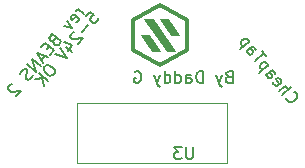
<source format=gbr>
%TF.GenerationSoftware,KiCad,Pcbnew,(6.0.11)*%
%TF.CreationDate,2023-01-29T21:23:29-06:00*%
%TF.ProjectId,Tap_Photosensor_PCB,5461705f-5068-46f7-946f-73656e736f72,rev?*%
%TF.SameCoordinates,Original*%
%TF.FileFunction,Legend,Bot*%
%TF.FilePolarity,Positive*%
%FSLAX46Y46*%
G04 Gerber Fmt 4.6, Leading zero omitted, Abs format (unit mm)*
G04 Created by KiCad (PCBNEW (6.0.11)) date 2023-01-29 21:23:29*
%MOMM*%
%LPD*%
G01*
G04 APERTURE LIST*
%ADD10C,0.007242*%
%ADD11C,0.300000*%
%ADD12C,0.150000*%
%ADD13C,0.120000*%
G04 APERTURE END LIST*
D10*
G36*
X113926178Y-56031946D02*
G01*
X114882126Y-57410124D01*
X114169510Y-57410124D01*
X113217895Y-56030493D01*
X113926178Y-56031946D01*
G37*
X113926178Y-56031946D02*
X114882126Y-57410124D01*
X114169510Y-57410124D01*
X113217895Y-56030493D01*
X113926178Y-56031946D01*
G36*
X112645828Y-56031222D02*
G01*
X114557739Y-58792662D01*
X113855255Y-58792662D01*
X111935287Y-56030493D01*
X112645828Y-56031222D01*
G37*
X112645828Y-56031222D02*
X114557739Y-58792662D01*
X113855255Y-58792662D01*
X111935287Y-56030493D01*
X112645828Y-56031222D01*
G36*
X113282364Y-58792662D02*
G01*
X112571930Y-58792662D01*
X111602157Y-57400000D01*
X112319168Y-57400000D01*
X113282364Y-58792662D01*
G37*
X113282364Y-58792662D02*
X112571930Y-58792662D01*
X111602157Y-57400000D01*
X112319168Y-57400000D01*
X113282364Y-58792662D01*
D11*
X115532486Y-56165190D02*
X115532486Y-58657221D01*
X113254837Y-59910845D01*
X110967712Y-58661566D01*
X110968673Y-56165919D01*
X113250000Y-54910841D01*
X115532486Y-56165190D01*
D12*
X106800284Y-55604248D02*
X106284391Y-55181994D01*
X106431789Y-55302638D02*
X106327929Y-55279166D01*
X106260918Y-55285854D01*
X106163747Y-55329392D01*
X106103425Y-55403091D01*
X106130054Y-56347927D02*
X106227225Y-56304389D01*
X106347869Y-56156991D01*
X106371342Y-56053131D01*
X106327803Y-55955959D01*
X106033007Y-55714671D01*
X105929147Y-55691199D01*
X105831976Y-55734737D01*
X105711332Y-55882135D01*
X105687859Y-55985995D01*
X105731397Y-56083167D01*
X105805096Y-56143489D01*
X106180405Y-55835315D01*
X105409722Y-56250631D02*
X105774810Y-56857132D01*
X105108112Y-56619126D01*
X104283670Y-57851944D02*
X104230036Y-57992654D01*
X104236725Y-58059665D01*
X104280263Y-58156836D01*
X104390811Y-58247319D01*
X104494671Y-58270792D01*
X104561682Y-58264103D01*
X104658853Y-58220565D01*
X104900141Y-57925769D01*
X104126301Y-57292388D01*
X103915174Y-57550334D01*
X103891702Y-57654195D01*
X103898390Y-57721205D01*
X103941928Y-57818377D01*
X104015627Y-57878699D01*
X104119488Y-57902171D01*
X104186498Y-57895483D01*
X104283670Y-57851944D01*
X104494797Y-57593998D01*
X103861416Y-58367838D02*
X103650289Y-58625785D01*
X103965151Y-59068104D02*
X104266761Y-58699609D01*
X103492920Y-58066228D01*
X103191310Y-58434723D01*
X103502765Y-59181934D02*
X103201155Y-59550430D01*
X103784185Y-59289201D02*
X102799217Y-58913767D01*
X103361931Y-59805095D01*
X103150804Y-60063042D02*
X102376964Y-59429661D01*
X102788872Y-60505236D01*
X102015032Y-59871855D01*
X102480573Y-60806721D02*
X102426940Y-60947430D01*
X102276135Y-61131678D01*
X102178963Y-61175216D01*
X102111953Y-61181905D01*
X102008093Y-61158432D01*
X101934394Y-61098110D01*
X101890856Y-61000939D01*
X101884167Y-60933928D01*
X101907640Y-60830068D01*
X101991434Y-60652509D01*
X102014906Y-60548649D01*
X102008218Y-60481638D01*
X101964680Y-60384467D01*
X101890981Y-60324145D01*
X101787121Y-60300672D01*
X101720110Y-60307361D01*
X101622939Y-60350899D01*
X101472134Y-60535147D01*
X101418500Y-60675856D01*
X100731486Y-61590406D02*
X100664475Y-61597095D01*
X100567304Y-61640633D01*
X100416499Y-61824880D01*
X100393026Y-61928740D01*
X100399715Y-61995751D01*
X100443253Y-62092923D01*
X100516952Y-62153245D01*
X100657662Y-62206878D01*
X101461788Y-62126615D01*
X101069695Y-62605659D01*
X119059523Y-60928571D02*
X118916666Y-60976190D01*
X118869047Y-61023809D01*
X118821428Y-61119047D01*
X118821428Y-61261904D01*
X118869047Y-61357142D01*
X118916666Y-61404761D01*
X119011904Y-61452380D01*
X119392857Y-61452380D01*
X119392857Y-60452380D01*
X119059523Y-60452380D01*
X118964285Y-60500000D01*
X118916666Y-60547619D01*
X118869047Y-60642857D01*
X118869047Y-60738095D01*
X118916666Y-60833333D01*
X118964285Y-60880952D01*
X119059523Y-60928571D01*
X119392857Y-60928571D01*
X118488095Y-60785714D02*
X118250000Y-61452380D01*
X118011904Y-60785714D02*
X118250000Y-61452380D01*
X118345238Y-61690476D01*
X118392857Y-61738095D01*
X118488095Y-61785714D01*
X116869047Y-61452380D02*
X116869047Y-60452380D01*
X116630952Y-60452380D01*
X116488095Y-60500000D01*
X116392857Y-60595238D01*
X116345238Y-60690476D01*
X116297619Y-60880952D01*
X116297619Y-61023809D01*
X116345238Y-61214285D01*
X116392857Y-61309523D01*
X116488095Y-61404761D01*
X116630952Y-61452380D01*
X116869047Y-61452380D01*
X115440476Y-61452380D02*
X115440476Y-60928571D01*
X115488095Y-60833333D01*
X115583333Y-60785714D01*
X115773809Y-60785714D01*
X115869047Y-60833333D01*
X115440476Y-61404761D02*
X115535714Y-61452380D01*
X115773809Y-61452380D01*
X115869047Y-61404761D01*
X115916666Y-61309523D01*
X115916666Y-61214285D01*
X115869047Y-61119047D01*
X115773809Y-61071428D01*
X115535714Y-61071428D01*
X115440476Y-61023809D01*
X114535714Y-61452380D02*
X114535714Y-60452380D01*
X114535714Y-61404761D02*
X114630952Y-61452380D01*
X114821428Y-61452380D01*
X114916666Y-61404761D01*
X114964285Y-61357142D01*
X115011904Y-61261904D01*
X115011904Y-60976190D01*
X114964285Y-60880952D01*
X114916666Y-60833333D01*
X114821428Y-60785714D01*
X114630952Y-60785714D01*
X114535714Y-60833333D01*
X113630952Y-61452380D02*
X113630952Y-60452380D01*
X113630952Y-61404761D02*
X113726190Y-61452380D01*
X113916666Y-61452380D01*
X114011904Y-61404761D01*
X114059523Y-61357142D01*
X114107142Y-61261904D01*
X114107142Y-60976190D01*
X114059523Y-60880952D01*
X114011904Y-60833333D01*
X113916666Y-60785714D01*
X113726190Y-60785714D01*
X113630952Y-60833333D01*
X113250000Y-60785714D02*
X113011904Y-61452380D01*
X112773809Y-60785714D02*
X113011904Y-61452380D01*
X113107142Y-61690476D01*
X113154761Y-61738095D01*
X113250000Y-61785714D01*
X111107142Y-60500000D02*
X111202380Y-60452380D01*
X111345238Y-60452380D01*
X111488095Y-60500000D01*
X111583333Y-60595238D01*
X111630952Y-60690476D01*
X111678571Y-60880952D01*
X111678571Y-61023809D01*
X111630952Y-61214285D01*
X111583333Y-61309523D01*
X111488095Y-61404761D01*
X111345238Y-61452380D01*
X111250000Y-61452380D01*
X111107142Y-61404761D01*
X111059523Y-61357142D01*
X111059523Y-61023809D01*
X111250000Y-61023809D01*
X123949136Y-62724315D02*
X123942448Y-62791326D01*
X123996081Y-62932036D01*
X124056403Y-63005735D01*
X124183736Y-63086122D01*
X124317757Y-63099499D01*
X124421617Y-63076027D01*
X124599176Y-62992232D01*
X124709725Y-62901749D01*
X124826962Y-62744256D01*
X124870500Y-62647084D01*
X124883877Y-62513063D01*
X124830244Y-62372354D01*
X124769922Y-62298655D01*
X124642589Y-62218267D01*
X124575579Y-62211579D01*
X123603988Y-62452992D02*
X124377829Y-61819611D01*
X123332540Y-62121346D02*
X123737884Y-61789575D01*
X123841744Y-61766102D01*
X123938916Y-61809641D01*
X124029399Y-61920189D01*
X124052871Y-62024049D01*
X124046183Y-62091060D01*
X122826491Y-61427893D02*
X122849964Y-61531753D01*
X122970608Y-61679151D01*
X123067779Y-61722690D01*
X123171639Y-61699217D01*
X123466435Y-61457929D01*
X123509974Y-61360758D01*
X123486501Y-61256898D01*
X123365857Y-61109499D01*
X123268686Y-61065961D01*
X123164825Y-61089434D01*
X123091126Y-61149756D01*
X123319037Y-61578573D01*
X122216583Y-60757913D02*
X122621928Y-60426142D01*
X122725788Y-60402670D01*
X122822959Y-60446208D01*
X122943603Y-60593606D01*
X122967076Y-60697466D01*
X122253432Y-60727752D02*
X122276905Y-60831612D01*
X122427710Y-61015860D01*
X122524881Y-61059398D01*
X122628741Y-61035925D01*
X122702440Y-60975603D01*
X122745978Y-60878432D01*
X122722506Y-60774572D01*
X122571701Y-60590324D01*
X122548229Y-60486464D01*
X122430866Y-59967164D02*
X121657026Y-60600545D01*
X122394017Y-59997325D02*
X122370544Y-59893465D01*
X122249900Y-59746067D01*
X122152729Y-59702529D01*
X122085718Y-59695840D01*
X121981858Y-59719312D01*
X121760761Y-59900278D01*
X121717223Y-59997450D01*
X121710534Y-60064460D01*
X121734007Y-60168321D01*
X121854651Y-60315719D01*
X121951822Y-60359257D01*
X122206237Y-59166444D02*
X121844305Y-58724250D01*
X121251431Y-59578728D02*
X122025271Y-58945347D01*
X120587889Y-58768038D02*
X120993234Y-58436267D01*
X121097094Y-58412795D01*
X121194266Y-58456333D01*
X121314909Y-58603731D01*
X121338382Y-58707591D01*
X120624739Y-58737877D02*
X120648211Y-58841737D01*
X120799016Y-59025985D01*
X120896188Y-59069523D01*
X121000048Y-59046051D01*
X121073747Y-58985729D01*
X121117285Y-58888557D01*
X121093812Y-58784697D01*
X120943007Y-58600449D01*
X120919535Y-58496589D01*
X120802173Y-57977289D02*
X120028332Y-58610670D01*
X120765323Y-58007450D02*
X120741851Y-57903590D01*
X120621207Y-57756192D01*
X120524035Y-57712654D01*
X120457025Y-57705965D01*
X120353165Y-57729438D01*
X120132067Y-57910404D01*
X120088529Y-58007575D01*
X120081841Y-58074586D01*
X120105313Y-58178446D01*
X120225957Y-58325844D01*
X120323129Y-58369382D01*
X106981936Y-55802654D02*
X107283546Y-55434159D01*
X107682202Y-55698919D01*
X107615192Y-55705608D01*
X107518020Y-55749146D01*
X107367215Y-55933393D01*
X107343743Y-56037253D01*
X107350431Y-56104264D01*
X107393969Y-56201436D01*
X107578217Y-56352241D01*
X107682077Y-56375713D01*
X107749088Y-56369024D01*
X107846259Y-56325486D01*
X107997064Y-56141239D01*
X108020537Y-56037379D01*
X108013848Y-55970368D01*
X107159370Y-56563242D02*
X106676794Y-57152835D01*
X106000000Y-57152710D02*
X105932990Y-57159398D01*
X105835818Y-57202936D01*
X105685013Y-57387184D01*
X105661541Y-57491044D01*
X105668229Y-57558055D01*
X105711767Y-57655226D01*
X105785466Y-57715548D01*
X105926176Y-57769182D01*
X106730302Y-57688919D01*
X106338209Y-58167963D01*
X105279418Y-58409001D02*
X105795312Y-58831255D01*
X105135427Y-57983465D02*
X105838975Y-58251632D01*
X105446882Y-58730676D01*
X104780183Y-58492670D02*
X105342897Y-59383998D01*
X104357929Y-59008564D01*
X103543583Y-60003501D02*
X103422939Y-60150899D01*
X103399466Y-60254759D01*
X103412843Y-60388780D01*
X103530080Y-60546274D01*
X103788027Y-60757401D01*
X103965586Y-60841195D01*
X104099607Y-60827818D01*
X104196779Y-60784280D01*
X104317423Y-60636882D01*
X104340895Y-60533022D01*
X104327518Y-60399001D01*
X104210281Y-60241507D01*
X103952334Y-60030380D01*
X103774775Y-59946586D01*
X103640754Y-59959963D01*
X103543583Y-60003501D01*
X103774525Y-61300173D02*
X103000685Y-60666793D01*
X103412593Y-61742368D02*
X103241848Y-61048790D01*
X102638753Y-61108987D02*
X103442879Y-61028724D01*
%TO.C,U3*%
X116021904Y-66912380D02*
X116021904Y-67721904D01*
X115974285Y-67817142D01*
X115926666Y-67864761D01*
X115831428Y-67912380D01*
X115640952Y-67912380D01*
X115545714Y-67864761D01*
X115498095Y-67817142D01*
X115450476Y-67721904D01*
X115450476Y-66912380D01*
X115069523Y-66912380D02*
X114450476Y-66912380D01*
X114783809Y-67293333D01*
X114640952Y-67293333D01*
X114545714Y-67340952D01*
X114498095Y-67388571D01*
X114450476Y-67483809D01*
X114450476Y-67721904D01*
X114498095Y-67817142D01*
X114545714Y-67864761D01*
X114640952Y-67912380D01*
X114926666Y-67912380D01*
X115021904Y-67864761D01*
X115069523Y-67817142D01*
D13*
X118930000Y-68270000D02*
X106230000Y-68270000D01*
X106230000Y-68270000D02*
X106230000Y-63190000D01*
X106230000Y-63190000D02*
X118930000Y-63190000D01*
X118930000Y-63190000D02*
X118930000Y-68270000D01*
%TD*%
M02*

</source>
